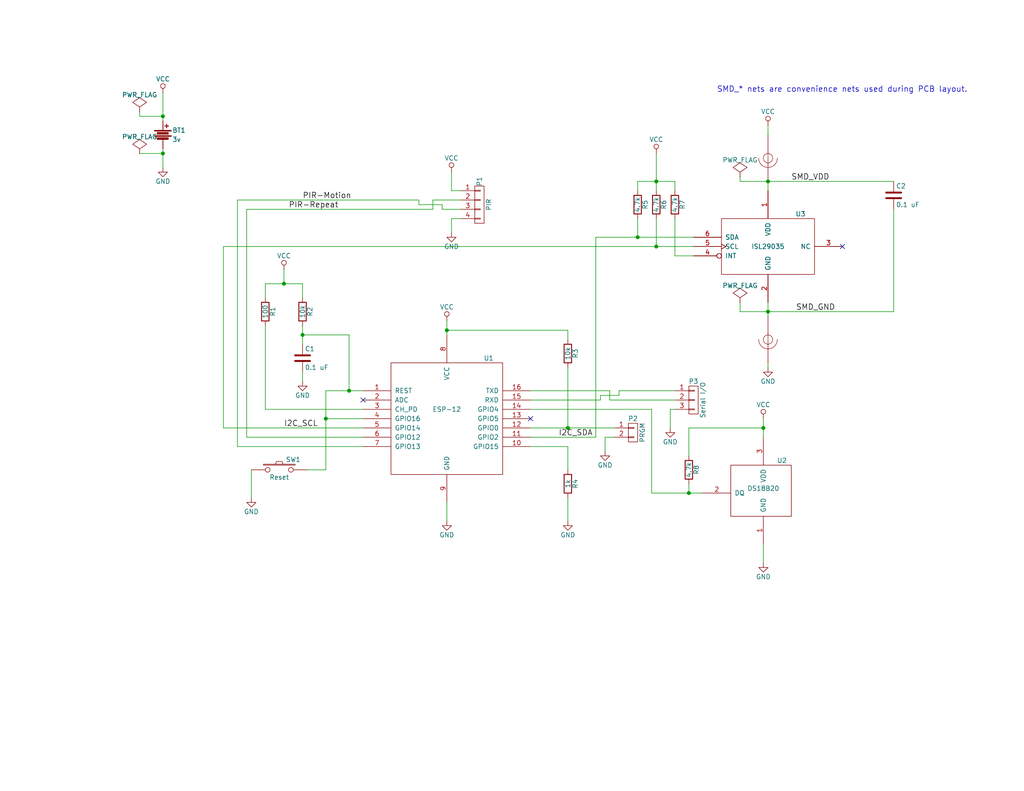
<source format=kicad_sch>
(kicad_sch (version 20230121) (generator eeschema)
  (paper "USLetter")
  (title_block (title "Sensor Node") (rev "As Built 2015/08") (company "RockingD Labs"))
  (lib_symbols
    (symbol "sensorNode-rescue:Battery" (pin_numbers hide) (pin_names (offset 0))
      (property "Reference" "BT" (at 2.54 1.27 0))
      (property "Value" "Battery" (at 2.54 -1.27 0))
      (symbol "Battery_0_1"
        (rectangle (start -2.286 -0.1778) (end 2.286 -0.4318) (fill (type outline)))
        (rectangle (start -2.286 1.27) (end 2.286 1.016) (fill (type outline)))
        (rectangle (start -1.5748 -0.762) (end 1.4732 -1.27) (fill (type outline)))
        (rectangle (start -1.5748 0.6858) (end 1.4732 0.1778) (fill (type outline)))
        (polyline (pts (xy 0.508 2.413) (xy 1.524 2.413)) (stroke (width 0.254)))
        (polyline (pts (xy 1.016 2.921) (xy 1.016 1.905)) (stroke (width 0.254)))
      )
      (symbol "Battery_1_1"
        (pin passive line (at 0 3.81 270) (length 2.54) (name "~") (number "1"))
        (pin passive line (at 0 -3.81 90) (length 2.54) (name "~") (number "2"))
      )
    )
    (symbol "sensorNode-rescue:C" (pin_numbers hide) (pin_names (offset 0.254))
      (property "Reference" "C" (at 0.635 2.54 0))
      (property "Value" "C" (at 0.635 -2.54 0))
      (symbol "C_0_1"
        (polyline (pts (xy -2.032 -0.762) (xy 2.032 -0.762)) (stroke (width 0.508)))
        (polyline (pts (xy -2.032 0.762) (xy 2.032 0.762)) (stroke (width 0.508)))
      )
      (symbol "C_1_1"
        (pin passive line (at 0 3.81 270) (length 2.794) (name "~") (number "1"))
        (pin passive line (at 0 -3.81 90) (length 2.794) (name "~") (number "2"))
      )
    )
    (symbol "sensorNode-rescue:CONN_01X02" (pin_names (offset 1.016) hide)
      (property "Reference" "P" (at 0 3.81 0))
      (property "Value" "CONN_01X02" (at 2.54 0 90))
      (symbol "CONN_01X02_0_1"
        (rectangle (start -1.27 -1.143) (end 0.254 -1.397))
        (rectangle (start -1.27 1.397) (end 0.254 1.143))
        (rectangle (start -1.27 2.54) (end 1.27 -2.54))
      )
      (symbol "CONN_01X02_1_1"
        (pin passive line (at -5.08 1.27 0) (length 3.81) (name "P1") (number "1"))
        (pin passive line (at -5.08 -1.27 0) (length 3.81) (name "P2") (number "2"))
      )
    )
    (symbol "sensorNode-rescue:CONN_01X03" (pin_names (offset 1.016) hide)
      (property "Reference" "P" (at 0 5.08 0))
      (property "Value" "CONN_01X03" (at 2.54 0 90))
      (symbol "CONN_01X03_0_1"
        (rectangle (start -1.27 -2.413) (end 0.254 -2.667))
        (rectangle (start -1.27 0.127) (end 0.254 -0.127))
        (rectangle (start -1.27 2.667) (end 0.254 2.413))
        (rectangle (start -1.27 3.81) (end 1.27 -3.81))
      )
      (symbol "CONN_01X03_1_1"
        (pin passive line (at -5.08 2.54 0) (length 3.81) (name "P1") (number "1"))
        (pin passive line (at -5.08 0 0) (length 3.81) (name "P2") (number "2"))
        (pin passive line (at -5.08 -2.54 0) (length 3.81) (name "P3") (number "3"))
      )
    )
    (symbol "sensorNode-rescue:CONN_01X04" (pin_names (offset 1.016) hide)
      (property "Reference" "P" (at 0 6.35 0))
      (property "Value" "CONN_01X04" (at 2.54 0 90))
      (symbol "CONN_01X04_0_1"
        (rectangle (start -1.27 -3.683) (end 0.254 -3.937))
        (rectangle (start -1.27 -1.143) (end 0.254 -1.397))
        (rectangle (start -1.27 1.397) (end 0.254 1.143))
        (rectangle (start -1.27 3.937) (end 0.254 3.683))
        (rectangle (start -1.27 5.08) (end 1.27 -5.08))
      )
      (symbol "CONN_01X04_1_1"
        (pin passive line (at -5.08 3.81 0) (length 3.81) (name "P1") (number "1"))
        (pin passive line (at -5.08 1.27 0) (length 3.81) (name "P2") (number "2"))
        (pin passive line (at -5.08 -1.27 0) (length 3.81) (name "P3") (number "3"))
        (pin passive line (at -5.08 -3.81 0) (length 3.81) (name "P4") (number "4"))
      )
    )
    (symbol "sensorNode-rescue:DS18B20" (pin_names (offset 1.016))
      (property "Reference" "U" (at 6.35 11.43 0))
      (property "Value" "DS18B20" (at 0 1.27 0))
      (symbol "DS18B20_0_1"
        (rectangle (start -8.89 7.62) (end 7.62 -6.35))
      )
      (symbol "DS18B20_1_1"
        (pin power_out line (at 0 -13.97 90) (length 7.62) (name "GND") (number "1"))
        (pin open_collector line (at -16.51 0 0) (length 7.62) (name "DQ") (number "2"))
        (pin power_in line (at 0 15.24 270) (length 7.62) (name "VDD") (number "3"))
      )
    )
    (symbol "sensorNode-rescue:ESP-12" (pin_names (offset 1.016))
      (property "Reference" "U" (at 0 -2.54 0))
      (property "Value" "ESP-12" (at 0 2.54 0))
      (symbol "ESP-12_1_0"
        (rectangle (start -15.24 -15.24) (end 15.24 15.24))
      )
      (symbol "ESP-12_1_1"
        (pin input line (at -22.86 7.62 0) (length 7.62) (name "REST") (number "1"))
        (pin bidirectional line (at 22.86 -7.62 180) (length 7.62) (name "GPIO15") (number "10"))
        (pin bidirectional line (at 22.86 -5.08 180) (length 7.62) (name "GPIO2") (number "11"))
        (pin bidirectional line (at 22.86 -2.54 180) (length 7.62) (name "GPIO0") (number "12"))
        (pin bidirectional line (at 22.86 0 180) (length 7.62) (name "GPIO5") (number "13"))
        (pin bidirectional line (at 22.86 2.54 180) (length 7.62) (name "GPIO4") (number "14"))
        (pin input line (at 22.86 5.08 180) (length 7.62) (name "RXD") (number "15"))
        (pin output line (at 22.86 7.62 180) (length 7.62) (name "TXD") (number "16"))
        (pin passive line (at -22.86 5.08 0) (length 7.62) (name "ADC") (number "2"))
        (pin input line (at -22.86 2.54 0) (length 7.62) (name "CH_PD") (number "3"))
        (pin bidirectional line (at -22.86 0 0) (length 7.62) (name "GPIO16") (number "4"))
        (pin bidirectional line (at -22.86 -2.54 0) (length 7.62) (name "GPIO14") (number "5"))
        (pin bidirectional line (at -22.86 -5.08 0) (length 7.62) (name "GPIO12") (number "6"))
        (pin bidirectional line (at -22.86 -7.62 0) (length 7.62) (name "GPIO13") (number "7"))
        (pin power_in line (at 0 22.86 270) (length 7.62) (name "VCC") (number "8"))
        (pin power_in line (at 0 -22.86 90) (length 7.62) (name "GND") (number "9"))
      )
    )
    (symbol "sensorNode-rescue:GND" (power) (pin_names (offset 0))
      (property "Value" "GND" (at 0 -3.81 0))
      (symbol "GND_0_1"
        (polyline (pts (xy 0 0) (xy 0 -1.27) (xy 1.27 -1.27) (xy 0 -2.54) (xy -1.27 -1.27) (xy 0 -1.27)))
      )
      (symbol "GND_1_1"
        (pin power_in line (at 0 0 270) (length 0) hide (name "GND") (number "1"))
      )
    )
    (symbol "sensorNode-rescue:ISL29035" (pin_names (offset 1.016))
      (property "Reference" "U" (at 8.89 8.89 0))
      (property "Value" "ISL29035" (at 0 0 0))
      (symbol "ISL29035_1_0"
        (rectangle (start -12.7 -7.62) (end 12.7 7.62))
      )
      (symbol "ISL29035_1_1"
        (pin power_in line (at 0 15.24 270) (length 7.62) (name "VDD") (number "1"))
        (pin power_in line (at 0 -15.24 90) (length 7.62) (name "GND") (number "2"))
        (pin unspecified line (at 20.32 0 180) (length 7.62) (name "NC") (number "3"))
        (pin open_collector inverted (at -20.32 -2.54 0) (length 7.62) (name "INT") (number "4"))
        (pin input clock (at -20.32 0 0) (length 7.62) (name "SCL") (number "5"))
        (pin open_collector line (at -20.32 2.54 0) (length 7.62) (name "SDA") (number "6"))
      )
    )
    (symbol "sensorNode-rescue:Net-Tie-2" (pin_numbers hide) (pin_names (offset 0) hide)
      (symbol "Net-Tie-2_0_1"
        (arc (start 0 -2.54) (mid 2.529 0) (end 0 2.54) (stroke (width 0.127)))
        (polyline (pts (xy -1.27 0) (xy 1.27 0)) (stroke (width 0.127)))
        (circle (center 0 0) (radius 1.27) (stroke (width 0.127)))
      )
      (symbol "Net-Tie-2_1_1"
        (pin input line (at -6.35 0 0) (length 5.08) (name "~") (number "1"))
        (pin input line (at 6.35 0 180) (length 5.08) (name "~") (number "2"))
      )
    )
    (symbol "sensorNode-rescue:PWR_FLAG" (power) (pin_numbers hide) (pin_names (offset 0) hide)
      (property "Value" "PWR_FLAG" (at 0 4.572 0))
      (symbol "PWR_FLAG_0_0"
        (pin power_out line (at 0 0 90) (length 0) (name "pwr") (number "1"))
      )
      (symbol "PWR_FLAG_0_1"
        (polyline (pts (xy 0 0) (xy 0 1.27) (xy -1.905 2.54) (xy 0 3.81) (xy 1.905 2.54) (xy 0 1.27)))
      )
    )
    (symbol "sensorNode-rescue:R" (pin_numbers hide) (pin_names (offset 0))
      (property "Reference" "R" (at 2.032 0 90))
      (property "Value" "R" (at 0 0 90))
      (symbol "R_0_1"
        (rectangle (start -1.016 -2.54) (end 1.016 2.54) (stroke (width 0.254)))
      )
      (symbol "R_1_1"
        (pin passive line (at 0 3.81 270) (length 1.27) (name "~") (number "1"))
        (pin passive line (at 0 -3.81 90) (length 1.27) (name "~") (number "2"))
      )
    )
    (symbol "sensorNode-rescue:SW_PUSH" (pin_numbers hide) (pin_names (offset 1.016) hide)
      (property "Reference" "SW" (at 3.81 2.794 0))
      (property "Value" "SW_PUSH" (at 0 -2.032 0))
      (symbol "SW_PUSH_0_1"
        (rectangle (start -4.318 1.27) (end 4.318 1.524))
        (polyline (pts (xy -1.016 1.524) (xy -0.762 2.286) (xy 0.762 2.286) (xy 1.016 1.524)))
        (pin passive inverted (at -7.62 0 0) (length 5.08) (name "1") (number "1"))
        (pin passive inverted (at 7.62 0 180) (length 5.08) (name "2") (number "2"))
      )
    )
    (symbol "sensorNode-rescue:VCC" (power) (pin_names (offset 0))
      (property "Value" "VCC" (at 0 3.81 0))
      (symbol "VCC_0_1"
        (polyline (pts (xy 0 0) (xy 0 1.27)))
        (circle (center 0 1.905) (radius 0.635))
      )
      (symbol "VCC_1_1"
        (pin power_in line (at 0 0 90) (length 0) hide (name "VCC") (number "1"))
      )
    )
  )
  (junction (at 88.9 114.3))
  (junction (at 179.07 49.53))
  (junction (at 187.96 134.62))
  (junction (at 154.94 116.84))
  (junction (at 121.92 90.17))
  (junction (at 209.55 85.09))
  (junction (at 208.28 116.84))
  (junction (at 82.55 91.44))
  (junction (at 44.45 31.75))
  (junction (at 95.25 106.68))
  (junction (at 179.07 67.31))
  (junction (at 209.55 49.53))
  (junction (at 44.45 41.91))
  (junction (at 173.99 64.77))
  (junction (at 77.47 77.47))
  (no_connect (at 144.78 114.3))
  (no_connect (at 229.87 67.31))
  (no_connect (at 99.06 109.22))
  (wire (pts (xy 99.06 114.3) (xy 88.9 114.3)))
  (wire (pts (xy 60.96 67.31) (xy 60.96 116.84)))
  (wire (pts (xy 162.56 64.77) (xy 173.99 64.77)))
  (wire (pts (xy 187.96 132.08) (xy 187.96 134.62)))
  (wire (pts (xy 179.07 41.91) (xy 179.07 49.53)))
  (wire (pts (xy 184.15 111.76) (xy 182.88 111.76)))
  (wire (pts (xy 154.94 116.84) (xy 167.64 116.84)))
  (wire (pts (xy 88.9 128.27) (xy 83.82 128.27)))
  (wire (pts (xy 208.28 153.67) (xy 208.28 148.59)))
  (wire (pts (xy 77.47 73.66) (xy 77.47 77.47)))
  (wire (pts (xy 173.99 49.53) (xy 179.07 49.53)))
  (wire (pts (xy 209.55 49.53) (xy 243.84 49.53)))
  (wire (pts (xy 120.65 55.88) (xy 120.65 57.15)))
  (wire (pts (xy 68.58 128.27) (xy 68.58 135.89)))
  (wire (pts (xy 44.45 40.64) (xy 44.45 41.91)))
  (wire (pts (xy 72.39 77.47) (xy 77.47 77.47)))
  (wire (pts (xy 121.92 90.17) (xy 121.92 91.44)))
  (wire (pts (xy 154.94 121.92) (xy 154.94 128.27)))
  (wire (pts (xy 209.55 85.09) (xy 243.84 85.09)))
  (wire (pts (xy 184.15 59.69) (xy 184.15 69.85)))
  (wire (pts (xy 179.07 49.53) (xy 179.07 52.07)))
  (wire (pts (xy 166.37 106.68) (xy 166.37 109.22)))
  (wire (pts (xy 72.39 81.28) (xy 72.39 77.47)))
  (wire (pts (xy 163.83 107.95) (xy 168.91 107.95)))
  (wire (pts (xy 201.93 85.09) (xy 209.55 85.09)))
  (wire (pts (xy 67.31 57.15) (xy 118.11 57.15)))
  (wire (pts (xy 44.45 31.75) (xy 44.45 33.02)))
  (wire (pts (xy 165.1 119.38) (xy 165.1 123.19)))
  (wire (pts (xy 168.91 106.68) (xy 184.15 106.68)))
  (wire (pts (xy 60.96 116.84) (xy 99.06 116.84)))
  (wire (pts (xy 121.92 87.63) (xy 121.92 90.17)))
  (wire (pts (xy 95.25 91.44) (xy 95.25 106.68)))
  (wire (pts (xy 166.37 109.22) (xy 184.15 109.22)))
  (wire (pts (xy 179.07 67.31) (xy 189.23 67.31)))
  (wire (pts (xy 64.77 54.61) (xy 64.77 121.92)))
  (wire (pts (xy 184.15 69.85) (xy 189.23 69.85)))
  (wire (pts (xy 173.99 52.07) (xy 173.99 49.53)))
  (wire (pts (xy 82.55 88.9) (xy 82.55 91.44)))
  (wire (pts (xy 72.39 88.9) (xy 72.39 111.76)))
  (wire (pts (xy 179.07 49.53) (xy 184.15 49.53)))
  (wire (pts (xy 184.15 49.53) (xy 184.15 52.07)))
  (wire (pts (xy 88.9 106.68) (xy 88.9 114.3)))
  (wire (pts (xy 173.99 59.69) (xy 173.99 64.77)))
  (wire (pts (xy 60.96 67.31) (xy 179.07 67.31)))
  (wire (pts (xy 177.8 134.62) (xy 187.96 134.62)))
  (wire (pts (xy 154.94 92.71) (xy 154.94 90.17)))
  (wire (pts (xy 77.47 77.47) (xy 82.55 77.47)))
  (wire (pts (xy 38.1 31.75) (xy 44.45 31.75)))
  (wire (pts (xy 120.65 57.15) (xy 125.73 57.15)))
  (wire (pts (xy 44.45 41.91) (xy 44.45 45.72)))
  (wire (pts (xy 144.78 109.22) (xy 163.83 109.22)))
  (wire (pts (xy 64.77 121.92) (xy 99.06 121.92)))
  (wire (pts (xy 123.19 52.07) (xy 123.19 46.99)))
  (wire (pts (xy 201.93 82.55) (xy 201.93 85.09)))
  (wire (pts (xy 209.55 99.06) (xy 209.55 100.33)))
  (wire (pts (xy 123.19 63.5) (xy 123.19 59.69)))
  (wire (pts (xy 187.96 134.62) (xy 191.77 134.62)))
  (wire (pts (xy 209.55 34.29) (xy 209.55 36.83)))
  (wire (pts (xy 123.19 59.69) (xy 125.73 59.69)))
  (wire (pts (xy 95.25 106.68) (xy 99.06 106.68)))
  (wire (pts (xy 177.8 111.76) (xy 144.78 111.76)))
  (wire (pts (xy 82.55 91.44) (xy 95.25 91.44)))
  (wire (pts (xy 168.91 107.95) (xy 168.91 106.68)))
  (wire (pts (xy 67.31 57.15) (xy 67.31 119.38)))
  (wire (pts (xy 44.45 25.4) (xy 44.45 31.75)))
  (wire (pts (xy 243.84 85.09) (xy 243.84 57.15)))
  (wire (pts (xy 209.55 82.55) (xy 209.55 85.09)))
  (wire (pts (xy 82.55 91.44) (xy 82.55 93.98)))
  (wire (pts (xy 114.3 54.61) (xy 114.3 55.88)))
  (wire (pts (xy 208.28 114.3) (xy 208.28 116.84)))
  (wire (pts (xy 125.73 52.07) (xy 123.19 52.07)))
  (wire (pts (xy 162.56 119.38) (xy 162.56 64.77)))
  (wire (pts (xy 187.96 116.84) (xy 208.28 116.84)))
  (wire (pts (xy 177.8 134.62) (xy 177.8 111.76)))
  (wire (pts (xy 182.88 111.76) (xy 182.88 116.84)))
  (wire (pts (xy 154.94 135.89) (xy 154.94 142.24)))
  (wire (pts (xy 125.73 54.61) (xy 118.11 54.61)))
  (wire (pts (xy 67.31 119.38) (xy 99.06 119.38)))
  (wire (pts (xy 88.9 106.68) (xy 95.25 106.68)))
  (wire (pts (xy 121.92 137.16) (xy 121.92 142.24)))
  (wire (pts (xy 165.1 119.38) (xy 167.64 119.38)))
  (wire (pts (xy 144.78 106.68) (xy 166.37 106.68)))
  (wire (pts (xy 38.1 30.48) (xy 38.1 31.75)))
  (wire (pts (xy 179.07 59.69) (xy 179.07 67.31)))
  (wire (pts (xy 154.94 116.84) (xy 154.94 100.33)))
  (wire (pts (xy 72.39 111.76) (xy 99.06 111.76)))
  (wire (pts (xy 173.99 64.77) (xy 189.23 64.77)))
  (wire (pts (xy 144.78 116.84) (xy 154.94 116.84)))
  (wire (pts (xy 144.78 121.92) (xy 154.94 121.92)))
  (wire (pts (xy 82.55 101.6) (xy 82.55 104.14)))
  (wire (pts (xy 201.93 48.26) (xy 201.93 49.53)))
  (wire (pts (xy 114.3 55.88) (xy 120.65 55.88)))
  (wire (pts (xy 187.96 124.46) (xy 187.96 116.84)))
  (wire (pts (xy 118.11 54.61) (xy 118.11 57.15)))
  (wire (pts (xy 88.9 114.3) (xy 88.9 128.27)))
  (wire (pts (xy 38.1 41.91) (xy 44.45 41.91)))
  (wire (pts (xy 201.93 49.53) (xy 209.55 49.53)))
  (wire (pts (xy 163.83 109.22) (xy 163.83 107.95)))
  (wire (pts (xy 209.55 49.53) (xy 209.55 52.07)))
  (wire (pts (xy 64.77 54.61) (xy 114.3 54.61)))
  (wire (pts (xy 208.28 116.84) (xy 208.28 119.38)))
  (wire (pts (xy 209.55 85.09) (xy 209.55 86.36)))
  (wire (pts (xy 82.55 77.47) (xy 82.55 81.28)))
  (wire (pts (xy 144.78 119.38) (xy 162.56 119.38)))
  (wire (pts (xy 154.94 90.17) (xy 121.92 90.17)))
  (text "SMD_* nets are convenience nets used during PCB layout." (at 195.58 25.4 0) (effects (font (size 1.524 1.524)) (justify left bottom)))
  (label "PIR-Motion" (at 82.55 54.61 0) (effects (font (size 1.524 1.524))))
  (label "PIR-Repeat" (at 78.74 57.15 0) (effects (font (size 1.524 1.524))))
  (label "I2C_SCL" (at 77.47 116.84 0) (effects (font (size 1.524 1.524))))
  (label "I2C_SDA" (at 152.4 119.38 0) (effects (font (size 1.524 1.524))))
  (label "SMD_GND" (at 217.17 85.09 0) (effects (font (size 1.524 1.524))))
  (label "SMD_VDD" (at 215.9 49.53 0) (effects (font (size 1.524 1.524))))
  (symbol (lib_id "sensorNode-rescue:ESP-12") (at 121.92 114.3 0) (unit 1)
    (property "Reference" "U1" (at 133.35 97.79 0))
    (property "Value" "ESP-12" (at 121.92 111.76 0))
    (property "Footprint" "ESP8266:ESP-12" (effects hide))
    (property "Datasheet" "DOCUMENTATION" (effects hide))
  )
  (symbol (lib_id "sensorNode-rescue:Battery") (at 44.45 36.83 0) (unit 1)
    (property "Reference" "BT1" (at 46.99 35.56 0) (effects (justify left)))
    (property "Value" "3v" (at 46.99 38.1 0) (effects (justify left)))
    (property "Footprint" "Battery_Holders:BA2AAPC" (effects hide))
    (property "Datasheet" "http://www.memoryprotectiondevices.com/datasheets/BA2AAPC-datasheet.pdf" (effects hide))
    (property "Characteristics" "2-AA" (effects hide))
    (property "Description" "HOLDER 2 CELL AA W/PC PINS" (effects hide))
    (property "MFG" "MPD (Memory Protection Devices)" (effects hide))
    (property "MFG P#" "BA2AAPC" (effects hide))
    (property "Pkg" "-" (effects hide))
    (property "Supplier" "Digikey" (effects hide))
    (property "PN" "BA2AAPC-ND" (effects hide))
    (property "Notes" "-" (effects hide))
  )
  (symbol (lib_id "sensorNode-rescue:GND") (at 121.92 142.24 0) (unit 1)
    (property "Reference" "#PWR01" (effects hide))
    (property "Value" "GND" (at 121.92 146.05 0))
  )
  (symbol (lib_id "sensorNode-rescue:GND") (at 44.45 45.72 0) (unit 1)
    (property "Reference" "#PWR02" (effects hide))
    (property "Value" "GND" (at 44.45 49.53 0))
  )
  (symbol (lib_id "sensorNode-rescue:VCC") (at 44.45 25.4 0) (unit 1)
    (property "Reference" "#PWR07" (effects hide))
    (property "Value" "VCC" (at 44.45 21.59 0))
  )
  (symbol (lib_id "sensorNode-rescue:VCC") (at 121.92 87.63 0) (unit 1)
    (property "Reference" "#PWR06" (effects hide))
    (property "Value" "VCC" (at 121.92 83.82 0))
  )
  (symbol (lib_id "sensorNode-rescue:PWR_FLAG") (at 38.1 30.48 0) (unit 1)
    (property "Reference" "#FLG08" (effects hide))
    (property "Value" "PWR_FLAG" (at 38.1 25.908 0))
  )
  (symbol (lib_id "sensorNode-rescue:R") (at 72.39 85.09 0) (unit 1)
    (property "Reference" "R1" (at 74.422 85.09 90))
    (property "Value" "100" (at 72.39 85.09 90))
    (property "Footprint" "Resistors_SMD:R_0603_HandSoldering" (effects hide))
    (property "Datasheet" "http://rohmfs.rohm.com/en/products/databook/datasheet/passive/resistor/chip_resistor/mcr_g.pdf" (effects hide))
    (property "Characteristics" "+/-1%, 1/10W" (effects hide))
    (property "Description" "RES SMD 100 OHM 1% 1/10W 0603" (effects hide))
    (property "MFG" "Rohm" (effects hide))
    (property "MFG P#" "MCR03ERTF1000" (effects hide))
    (property "Pkg" "0603 (1608 Metric)" (effects hide))
    (property "Supplier" "Digikey" (effects hide))
    (property "PN" "RHM100CFCT-ND" (effects hide))
    (property "Notes" "-" (effects hide))
  )
  (symbol (lib_id "sensorNode-rescue:R") (at 154.94 96.52 0) (unit 1)
    (property "Reference" "R3" (at 156.972 96.52 90))
    (property "Value" "10k" (at 154.94 96.52 90))
    (property "Footprint" "Resistors_SMD:R_0603_HandSoldering" (effects hide))
    (property "Datasheet" "http://rohmfs.rohm.com/en/products/databook/datasheet/passive/resistor/chip_resistor/mcr.pdf" (effects hide))
    (property "Characteristics" "+/-1%, 1/10W" (effects hide))
    (property "Description" "RES SMD 10K OHM 1% 1/10W 0603" (effects hide))
    (property "MFG" "Rohm" (effects hide))
    (property "MFG P#" "MCR03EZPFX1002" (effects hide))
    (property "Pkg" "0603 (1608 Metric)" (effects hide))
    (property "Supplier" "Digikey" (effects hide))
    (property "PN" "RHM10.0KHCT-ND" (effects hide))
    (property "Notes" "-" (effects hide))
  )
  (symbol (lib_id "sensorNode-rescue:C") (at 82.55 97.79 0) (unit 1)
    (property "Reference" "C1" (at 83.185 95.25 0) (effects (justify left)))
    (property "Value" "0.1 uF" (at 83.185 100.33 0) (effects (justify left)))
    (property "Footprint" "Capacitors_SMD:C_0603_HandSoldering" (effects hide))
    (property "Datasheet" "http://www.murata.com/~/media/webrenewal/support/library/catalog/products/capacitor/mlcc/c02e.ashx" (effects hide))
    (property "Characteristics" "+/-10%, 16V" (effects hide))
    (property "Description" "CAP CER 0.1UF 16V 10% X7R 0603" (effects hide))
    (property "MFG" "Murata Electronics" (effects hide))
    (property "MFG P#" "GRM188R71C104KA01D" (effects hide))
    (property "Pkg" "0603 (1608 Metric)" (effects hide))
    (property "Supplier" "Digikey" (effects hide))
    (property "PN" "490-1532-1-ND" (effects hide))
    (property "Notes" "-" (effects hide))
  )
  (symbol (lib_id "sensorNode-rescue:GND") (at 82.55 104.14 0) (unit 1)
    (property "Reference" "#PWR03" (effects hide))
    (property "Value" "GND" (at 82.55 107.95 0))
  )
  (symbol (lib_id "sensorNode-rescue:R") (at 154.94 132.08 0) (unit 1)
    (property "Reference" "R4" (at 156.972 132.08 90))
    (property "Value" "1k" (at 154.94 132.08 90))
    (property "Footprint" "Resistors_SMD:R_0603_HandSoldering" (effects hide))
    (property "Datasheet" "http://rohmfs.rohm.com/en/products/databook/datasheet/passive/resistor/chip_resistor/mcr.pdf" (effects hide))
    (property "Characteristics" "+/-1%, 1/10W" (effects hide))
    (property "Description" "RES SMD 1K OHM 1% 1/10W 0603" (effects hide))
    (property "MFG" "Rohm" (effects hide))
    (property "MFG P#" "MCR03EZPFX1001" (effects hide))
    (property "Pkg" "0603 (1608 Metric)" (effects hide))
    (property "Supplier" "Digikey" (effects hide))
    (property "PN" "RHM1.00KHCT-ND" (effects hide))
    (property "Notes" "-" (effects hide))
  )
  (symbol (lib_id "sensorNode-rescue:GND") (at 154.94 142.24 0) (unit 1)
    (property "Reference" "#PWR04" (effects hide))
    (property "Value" "GND" (at 154.94 146.05 0))
  )
  (symbol (lib_id "sensorNode-rescue:VCC") (at 77.47 73.66 0) (unit 1)
    (property "Reference" "#PWR05" (effects hide))
    (property "Value" "VCC" (at 77.47 69.85 0))
  )
  (symbol (lib_id "sensorNode-rescue:SW_PUSH") (at 76.2 128.27 0) (unit 1)
    (property "Reference" "SW1" (at 80.01 125.476 0))
    (property "Value" "Reset" (at 76.2 130.302 0))
    (property "Footprint" "Buttons_Switches_SMD:SW_SPST_E-Switch_TL3302BF180QG" (effects hide))
    (property "Datasheet" "https://www.e-switch.com/system/asset/product_line/data_sheet/159/TL3302.pdf" (effects hide))
    (property "Characteristics" "Off-Mom" (effects hide))
    (property "Description" "SWITCH TACTILE SPST-NO 0.05A 12V" (effects hide))
    (property "MFG" "E-Switch" (effects hide))
    (property "MFG P#" "TL3302BF180QG/TR" (effects hide))
    (property "Pkg" "http://spec_sheets.e-switch.com/specs/P010523.pdf" (effects hide))
    (property "Supplier" "Digikey" (effects hide))
    (property "PN" "EG2529CT-ND" (effects hide))
    (property "Notes" "-" (effects hide))
  )
  (symbol (lib_id "sensorNode-rescue:GND") (at 68.58 135.89 0) (unit 1)
    (property "Reference" "#PWR09" (effects hide))
    (property "Value" "GND" (at 68.58 139.7 0))
  )
  (symbol (lib_id "sensorNode-rescue:CONN_01X02") (at 172.72 118.11 0) (unit 1)
    (property "Reference" "P2" (at 172.72 114.3 0))
    (property "Value" "PRGM" (at 175.26 118.11 90))
    (property "Footprint" "Pin_Headers:Pin_Header_Angled_1x02" (effects hide))
  )
  (symbol (lib_id "sensorNode-rescue:CONN_01X03") (at 189.23 109.22 0) (unit 1)
    (property "Reference" "P3" (at 189.23 104.14 0))
    (property "Value" "Serial I/O" (at 191.77 109.22 90))
    (property "Footprint" "Pin_Headers:Pin_Header_Angled_1x03" (effects hide))
  )
  (symbol (lib_id "sensorNode-rescue:GND") (at 182.88 116.84 0) (unit 1)
    (property "Reference" "#PWR010" (effects hide))
    (property "Value" "GND" (at 182.88 120.65 0))
  )
  (symbol (lib_id "sensorNode-rescue:GND") (at 165.1 123.19 0) (unit 1)
    (property "Reference" "#PWR011" (effects hide))
    (property "Value" "GND" (at 165.1 127 0))
  )
  (symbol (lib_id "sensorNode-rescue:DS18B20") (at 208.28 134.62 0) (unit 1)
    (property "Reference" "U2" (at 213.36 125.73 0))
    (property "Value" "DS18B20" (at 208.28 133.35 0))
    (property "Footprint" "Housings_TO-92:TO-92_Inline_Narrow_Oval" (effects hide))
    (property "Datasheet" "http://datasheets.maximintegrated.com/en/ds/DS18B20-PAR.pdf" (effects hide))
    (property "Characteristics" "Sensor, Temperature" (effects hide))
    (property "Description" "SENSOR TEMPERATURE 1-WIRE TO92-3" (effects hide))
    (property "MFG" "Maxim Integrated" (effects hide))
    (property "MFG P#" "DS18B20+PAR" (effects hide))
    (property "Pkg" "TO-92-3" (effects hide))
    (property "Supplier" "Digikey" (effects hide))
    (property "PN" "DS18B20+PAR-ND" (effects hide))
    (property "Notes" "-" (effects hide))
  )
  (symbol (lib_id "sensorNode-rescue:GND") (at 208.28 153.67 0) (unit 1)
    (property "Reference" "#PWR012" (effects hide))
    (property "Value" "GND" (at 208.28 157.48 0))
  )
  (symbol (lib_id "sensorNode-rescue:VCC") (at 208.28 114.3 0) (unit 1)
    (property "Reference" "#PWR013" (effects hide))
    (property "Value" "VCC" (at 208.28 110.49 0))
  )
  (symbol (lib_id "sensorNode-rescue:ISL29035") (at 209.55 67.31 0) (unit 1)
    (property "Reference" "U3" (at 218.44 58.42 0))
    (property "Value" "ISL29035" (at 209.55 67.31 0))
    (property "Footprint" "sensorNode:DFN-6_1.5x1.6mm_Pitch0.5mm" (effects hide))
    (property "Datasheet" "http://www.intersil.com/content/dam/Intersil/documents/fn83/fn8371.pdf" (effects hide))
    (property "Characteristics" "Sensor, Ambiant Light" (effects hide))
    (property "Description" "IC PROXIMITY SENSOR AMB LT 6ODFN" (effects hide))
    (property "MFG" "Intersil" (effects hide))
    (property "MFG P#" "ISL29035IROZ-T7" (effects hide))
    (property "Pkg" "6-ODFN (1.5x1.6)" (effects hide))
    (property "Supplier" "Digikey" (effects hide))
    (property "PN" "ISL29035IROZ-T7CT-ND" (effects hide))
    (property "Notes" "-" (effects hide))
  )
  (symbol (lib_id "sensorNode-rescue:CONN_01X04") (at 130.81 55.88 0) (unit 1)
    (property "Reference" "P1" (at 130.81 49.53 90))
    (property "Value" "PIR" (at 133.35 55.88 90))
    (property "Footprint" "Pin_Headers:Pin_Header_Angled_1x04" (effects hide))
  )
  (symbol (lib_id "sensorNode-rescue:GND") (at 123.19 63.5 0) (unit 1)
    (property "Reference" "#PWR014" (effects hide))
    (property "Value" "GND" (at 123.19 67.31 0))
  )
  (symbol (lib_id "sensorNode-rescue:VCC") (at 123.19 46.99 0) (unit 1)
    (property "Reference" "#PWR015" (effects hide))
    (property "Value" "VCC" (at 123.19 43.18 0))
  )
  (symbol (lib_id "sensorNode-rescue:R") (at 173.99 55.88 0) (unit 1)
    (property "Reference" "R5" (at 176.022 55.88 90))
    (property "Value" "4.7k" (at 173.99 55.88 90))
    (property "Footprint" "Resistors_SMD:R_0603_HandSoldering" (effects hide))
    (property "Datasheet" "http://rohmfs.rohm.com/en/products/databook/datasheet/passive/resistor/chip_resistor/mcr_g.pdf" (effects hide))
    (property "Characteristics" "+/-1%, 1/10W" (effects hide))
    (property "Description" "RES SMD 4.7K OHM 1% 1/10W 0603" (effects hide))
    (property "MFG" "Rohm Semiconductor" (effects hide))
    (property "MFG P#" "MCR03ERTF4701" (effects hide))
    (property "Pkg" "0603 (1608 Metric)" (effects hide))
    (property "Supplier" "Digikey" (effects hide))
    (property "PN" "RHM4.70KCFCT-ND" (effects hide))
    (property "Notes" "-" (effects hide))
  )
  (symbol (lib_id "sensorNode-rescue:VCC") (at 179.07 41.91 0) (unit 1)
    (property "Reference" "#PWR016" (effects hide))
    (property "Value" "VCC" (at 179.07 38.1 0))
  )
  (symbol (lib_id "sensorNode-rescue:GND") (at 209.55 100.33 0) (unit 1)
    (property "Reference" "#PWR017" (effects hide))
    (property "Value" "GND" (at 209.55 104.14 0))
  )
  (symbol (lib_id "sensorNode-rescue:VCC") (at 209.55 34.29 0) (unit 1)
    (property "Reference" "#PWR018" (effects hide))
    (property "Value" "VCC" (at 209.55 30.48 0))
  )
  (symbol (lib_id "sensorNode-rescue:Net-Tie-2") (at 209.55 43.18 270) (unit 1)
    (property "Reference" "NT1" (effects hide))
    (property "Value" "Net-Tie-2" (effects hide))
    (property "Footprint" "Oddities:NetTie-I_Connected_SMD" (effects hide))
    (property "Characteristics" "-" (effects hide))
    (property "Description" "-" (effects hide))
    (property "MFG" "-" (effects hide))
    (property "MFG P#" "-" (effects hide))
    (property "Pkg" "-" (effects hide))
    (property "Supplier" "Digikey" (effects hide))
    (property "PN" "-" (effects hide))
    (property "Notes" "-" (effects hide))
  )
  (symbol (lib_id "sensorNode-rescue:Net-Tie-2") (at 209.55 92.71 270) (unit 1)
    (property "Reference" "NT2" (effects hide))
    (property "Value" "Net-Tie-2" (effects hide))
    (property "Footprint" "Oddities:NetTie-I_Connected_SMD" (effects hide))
    (property "Characteristics" "-" (effects hide))
    (property "Description" "-" (effects hide))
    (property "MFG" "-" (effects hide))
    (property "MFG P#" "-" (effects hide))
    (property "Pkg" "-" (effects hide))
    (property "Supplier" "Digikey" (effects hide))
    (property "PN" "-" (effects hide))
    (property "Notes" "-" (effects hide))
  )
  (symbol (lib_id "sensorNode-rescue:PWR_FLAG") (at 201.93 48.26 0) (unit 1)
    (property "Reference" "#FLG019" (effects hide))
    (property "Value" "PWR_FLAG" (at 201.93 43.688 0))
  )
  (symbol (lib_id "sensorNode-rescue:PWR_FLAG") (at 201.93 82.55 0) (unit 1)
    (property "Reference" "#FLG020" (effects hide))
    (property "Value" "PWR_FLAG" (at 201.93 77.978 0))
  )
  (symbol (lib_id "sensorNode-rescue:R") (at 179.07 55.88 0) (unit 1)
    (property "Reference" "R6" (at 181.102 55.88 90))
    (property "Value" "4.7k" (at 179.07 55.88 90))
    (property "Footprint" "Resistors_SMD:R_0603_HandSoldering" (effects hide))
    (property "Datasheet" "http://rohmfs.rohm.com/en/products/databook/datasheet/passive/resistor/chip_resistor/mcr_g.pdf" (effects hide))
    (property "Characteristics" "+/-1%, 1/10W" (effects hide))
    (property "Description" "RES SMD 4.7K OHM 1% 1/10W 0603" (effects hide))
    (property "MFG" "Rohm Semiconductor" (effects hide))
    (property "MFG P#" "MCR03ERTF4701" (effects hide))
    (property "Pkg" "0603 (1608 Metric)" (effects hide))
    (property "Supplier" "Digikey" (effects hide))
    (property "PN" "RHM4.70KCFCT-ND" (effects hide))
    (property "Notes" "-" (effects hide))
  )
  (symbol (lib_id "sensorNode-rescue:R") (at 184.15 55.88 0) (unit 1)
    (property "Reference" "R7" (at 186.182 55.88 90))
    (property "Value" "4.7k" (at 184.15 55.88 90))
    (property "Footprint" "Resistors_SMD:R_0603_HandSoldering" (effects hide))
    (property "Datasheet" "http://rohmfs.rohm.com/en/products/databook/datasheet/passive/resistor/chip_resistor/mcr_g.pdf" (effects hide))
    (property "Characteristics" "+/-1%, 1/10W" (effects hide))
    (property "Description" "RES SMD 4.7K OHM 1% 1/10W 0603" (effects hide))
    (property "MFG" "Rohm Semiconductor" (effects hide))
    (property "MFG P#" "MCR03ERTF4701" (effects hide))
    (property "Pkg" "0603 (1608 Metric)" (effects hide))
    (property "Supplier" "Digikey" (effects hide))
    (property "PN" "RHM4.70KCFCT-ND" (effects hide))
    (property "Notes" "-" (effects hide))
  )
  (symbol (lib_id "sensorNode-rescue:R") (at 187.96 128.27 0) (unit 1)
    (property "Reference" "R8" (at 189.992 128.27 90))
    (property "Value" "4.7k" (at 187.96 128.27 90))
    (property "Footprint" "Resistors_SMD:R_0603_HandSoldering" (effects hide))
    (property "Datasheet" "http://rohmfs.rohm.com/en/products/databook/datasheet/passive/resistor/chip_resistor/mcr_g.pdf" (effects hide))
    (property "Characteristics" "+/-1%, 1/10W" (effects hide))
    (property "Description" "RES SMD 4.7K OHM 1% 1/10W 0603" (effects hide))
    (property "MFG" "Rohm Semiconductor" (effects hide))
    (property "MFG P#" "MCR03ERTF4701" (effects hide))
    (property "Pkg" "0603 (1608 Metric)" (effects hide))
    (property "Supplier" "Digikey" (effects hide))
    (property "PN" "RHM4.70KCFCT-ND" (effects hide))
    (property "Notes" "-" (effects hide))
  )
  (symbol (lib_id "sensorNode-rescue:C") (at 243.84 53.34 0) (unit 1)
    (property "Reference" "C2" (at 244.475 50.8 0) (effects (justify left)))
    (property "Value" "0.1 uF" (at 244.475 55.88 0) (effects (justify left)))
    (property "Footprint" "Capacitors_SMD:C_0603_HandSoldering" (effects hide))
    (property "Datasheet" "http://www.murata.com/~/media/webrenewal/support/library/catalog/products/capacitor/mlcc/c02e.ashx" (effects hide))
    (property "Characteristics" "+/-10%, 16V" (effects hide))
    (property "Description" "CAP CER 0.1UF 16V 10% X7R 0603" (effects hide))
    (property "MFG" "Murata Electronics" (effects hide))
    (property "MFG P#" "GRM188R71C104KA01D" (effects hide))
    (property "Pkg" "0603 (1608 Metric)" (effects hide))
    (property "Supplier" "Digikey" (effects hide))
    (property "PN" "490-1532-1-ND" (effects hide))
    (property "Notes" "-" (effects hide))
  )
  (symbol (lib_id "sensorNode-rescue:R") (at 82.55 85.09 0) (unit 1)
    (property "Reference" "R2" (at 84.582 85.09 90))
    (property "Value" "10k" (at 82.55 85.09 90))
    (property "Footprint" "Resistors_SMD:R_0603_HandSoldering" (effects hide))
    (property "Datasheet" "http://rohmfs.rohm.com/en/products/databook/datasheet/passive/resistor/chip_resistor/mcr.pdf" (effects hide))
    (property "Characteristics" "+/-1%, 1/10W" (effects hide))
    (property "Description" "RES SMD 10K OHM 1% 1/10W 0603" (effects hide))
    (property "MFG" "Rohm" (effects hide))
    (property "MFG P#" "MCR03EZPFX1002" (effects hide))
    (property "Pkg" "0603 (1608 Metric)" (effects hide))
    (property "Supplier" "Digikey" (effects hide))
    (property "PN" "RHM10.0KHCT-ND" (effects hide))
    (property "Notes" "-" (effects hide))
  )
  (symbol (lib_id "sensorNode-rescue:PWR_FLAG") (at 38.1 41.91 0) (unit 1)
    (property "Reference" "#FLG021" (effects hide))
    (property "Value" "PWR_FLAG" (at 38.1 37.338 0))
  )
)
</source>
